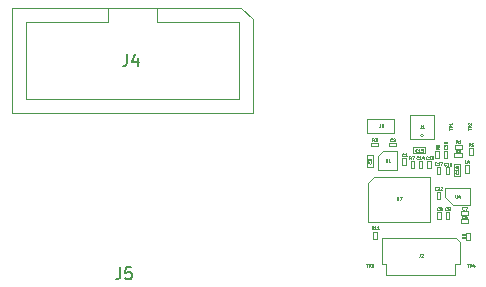
<source format=gbr>
%TF.GenerationSoftware,KiCad,Pcbnew,(7.0.0)*%
%TF.CreationDate,2023-09-15T12:27:41-04:00*%
%TF.ProjectId,headstage-neuropix2e,68656164-7374-4616-9765-2d6e6575726f,A*%
%TF.SameCoordinates,Original*%
%TF.FileFunction,AssemblyDrawing,Top*%
%FSLAX46Y46*%
G04 Gerber Fmt 4.6, Leading zero omitted, Abs format (unit mm)*
G04 Created by KiCad (PCBNEW (7.0.0)) date 2023-09-15 12:27:41*
%MOMM*%
%LPD*%
G01*
G04 APERTURE LIST*
%ADD10C,0.040000*%
%ADD11C,0.150000*%
%ADD12C,0.100000*%
G04 APERTURE END LIST*
D10*
%TO.C,TP4*%
X146354524Y-95011845D02*
X146497381Y-95011845D01*
X146425953Y-95261845D02*
X146425953Y-95011845D01*
X146580714Y-95261845D02*
X146580714Y-95011845D01*
X146580714Y-95011845D02*
X146675952Y-95011845D01*
X146675952Y-95011845D02*
X146699762Y-95023750D01*
X146699762Y-95023750D02*
X146711667Y-95035654D01*
X146711667Y-95035654D02*
X146723571Y-95059464D01*
X146723571Y-95059464D02*
X146723571Y-95095178D01*
X146723571Y-95095178D02*
X146711667Y-95118988D01*
X146711667Y-95118988D02*
X146699762Y-95130892D01*
X146699762Y-95130892D02*
X146675952Y-95142797D01*
X146675952Y-95142797D02*
X146580714Y-95142797D01*
X146937857Y-95095178D02*
X146937857Y-95261845D01*
X146878333Y-94999940D02*
X146818810Y-95178511D01*
X146818810Y-95178511D02*
X146973571Y-95178511D01*
%TO.C,J1*%
X142441667Y-83241845D02*
X142441667Y-83420416D01*
X142441667Y-83420416D02*
X142429762Y-83456130D01*
X142429762Y-83456130D02*
X142405953Y-83479940D01*
X142405953Y-83479940D02*
X142370238Y-83491845D01*
X142370238Y-83491845D02*
X142346429Y-83491845D01*
X142691667Y-83491845D02*
X142548810Y-83491845D01*
X142620238Y-83491845D02*
X142620238Y-83241845D01*
X142620238Y-83241845D02*
X142596429Y-83277559D01*
X142596429Y-83277559D02*
X142572619Y-83301369D01*
X142572619Y-83301369D02*
X142548810Y-83313273D01*
%TO.C,R7*%
X141578333Y-86121845D02*
X141495000Y-86002797D01*
X141435476Y-86121845D02*
X141435476Y-85871845D01*
X141435476Y-85871845D02*
X141530714Y-85871845D01*
X141530714Y-85871845D02*
X141554524Y-85883750D01*
X141554524Y-85883750D02*
X141566429Y-85895654D01*
X141566429Y-85895654D02*
X141578333Y-85919464D01*
X141578333Y-85919464D02*
X141578333Y-85955178D01*
X141578333Y-85955178D02*
X141566429Y-85978988D01*
X141566429Y-85978988D02*
X141554524Y-85990892D01*
X141554524Y-85990892D02*
X141530714Y-86002797D01*
X141530714Y-86002797D02*
X141435476Y-86002797D01*
X141661667Y-85871845D02*
X141828333Y-85871845D01*
X141828333Y-85871845D02*
X141721191Y-86121845D01*
D11*
%TO.C,J5*%
X116956666Y-95267380D02*
X116956666Y-95981666D01*
X116956666Y-95981666D02*
X116909047Y-96124523D01*
X116909047Y-96124523D02*
X116813809Y-96219761D01*
X116813809Y-96219761D02*
X116670952Y-96267380D01*
X116670952Y-96267380D02*
X116575714Y-96267380D01*
X117909047Y-95267380D02*
X117432857Y-95267380D01*
X117432857Y-95267380D02*
X117385238Y-95743571D01*
X117385238Y-95743571D02*
X117432857Y-95695952D01*
X117432857Y-95695952D02*
X117528095Y-95648333D01*
X117528095Y-95648333D02*
X117766190Y-95648333D01*
X117766190Y-95648333D02*
X117861428Y-95695952D01*
X117861428Y-95695952D02*
X117909047Y-95743571D01*
X117909047Y-95743571D02*
X117956666Y-95838809D01*
X117956666Y-95838809D02*
X117956666Y-96076904D01*
X117956666Y-96076904D02*
X117909047Y-96172142D01*
X117909047Y-96172142D02*
X117861428Y-96219761D01*
X117861428Y-96219761D02*
X117766190Y-96267380D01*
X117766190Y-96267380D02*
X117528095Y-96267380D01*
X117528095Y-96267380D02*
X117432857Y-96219761D01*
X117432857Y-96219761D02*
X117385238Y-96172142D01*
D10*
%TO.C,TP2*%
X146421845Y-83615475D02*
X146421845Y-83472618D01*
X146671845Y-83544046D02*
X146421845Y-83544046D01*
X146671845Y-83389285D02*
X146421845Y-83389285D01*
X146421845Y-83389285D02*
X146421845Y-83294047D01*
X146421845Y-83294047D02*
X146433750Y-83270237D01*
X146433750Y-83270237D02*
X146445654Y-83258332D01*
X146445654Y-83258332D02*
X146469464Y-83246428D01*
X146469464Y-83246428D02*
X146505178Y-83246428D01*
X146505178Y-83246428D02*
X146528988Y-83258332D01*
X146528988Y-83258332D02*
X146540892Y-83270237D01*
X146540892Y-83270237D02*
X146552797Y-83294047D01*
X146552797Y-83294047D02*
X146552797Y-83389285D01*
X146445654Y-83151189D02*
X146433750Y-83139285D01*
X146433750Y-83139285D02*
X146421845Y-83115475D01*
X146421845Y-83115475D02*
X146421845Y-83055951D01*
X146421845Y-83055951D02*
X146433750Y-83032142D01*
X146433750Y-83032142D02*
X146445654Y-83020237D01*
X146445654Y-83020237D02*
X146469464Y-83008332D01*
X146469464Y-83008332D02*
X146493273Y-83008332D01*
X146493273Y-83008332D02*
X146528988Y-83020237D01*
X146528988Y-83020237D02*
X146671845Y-83163094D01*
X146671845Y-83163094D02*
X146671845Y-83008332D01*
%TO.C,C13*%
X142999285Y-86088035D02*
X142987381Y-86099940D01*
X142987381Y-86099940D02*
X142951666Y-86111845D01*
X142951666Y-86111845D02*
X142927857Y-86111845D01*
X142927857Y-86111845D02*
X142892143Y-86099940D01*
X142892143Y-86099940D02*
X142868333Y-86076130D01*
X142868333Y-86076130D02*
X142856428Y-86052321D01*
X142856428Y-86052321D02*
X142844524Y-86004702D01*
X142844524Y-86004702D02*
X142844524Y-85968988D01*
X142844524Y-85968988D02*
X142856428Y-85921369D01*
X142856428Y-85921369D02*
X142868333Y-85897559D01*
X142868333Y-85897559D02*
X142892143Y-85873750D01*
X142892143Y-85873750D02*
X142927857Y-85861845D01*
X142927857Y-85861845D02*
X142951666Y-85861845D01*
X142951666Y-85861845D02*
X142987381Y-85873750D01*
X142987381Y-85873750D02*
X142999285Y-85885654D01*
X143237381Y-86111845D02*
X143094524Y-86111845D01*
X143165952Y-86111845D02*
X143165952Y-85861845D01*
X143165952Y-85861845D02*
X143142143Y-85897559D01*
X143142143Y-85897559D02*
X143118333Y-85921369D01*
X143118333Y-85921369D02*
X143094524Y-85933273D01*
X143320714Y-85861845D02*
X143475476Y-85861845D01*
X143475476Y-85861845D02*
X143392142Y-85957083D01*
X143392142Y-85957083D02*
X143427857Y-85957083D01*
X143427857Y-85957083D02*
X143451666Y-85968988D01*
X143451666Y-85968988D02*
X143463571Y-85980892D01*
X143463571Y-85980892D02*
X143475476Y-86004702D01*
X143475476Y-86004702D02*
X143475476Y-86064226D01*
X143475476Y-86064226D02*
X143463571Y-86088035D01*
X143463571Y-86088035D02*
X143451666Y-86099940D01*
X143451666Y-86099940D02*
X143427857Y-86111845D01*
X143427857Y-86111845D02*
X143356428Y-86111845D01*
X143356428Y-86111845D02*
X143332619Y-86099940D01*
X143332619Y-86099940D02*
X143320714Y-86088035D01*
%TO.C,J6*%
X138996667Y-83121845D02*
X138996667Y-83300416D01*
X138996667Y-83300416D02*
X138984762Y-83336130D01*
X138984762Y-83336130D02*
X138960953Y-83359940D01*
X138960953Y-83359940D02*
X138925238Y-83371845D01*
X138925238Y-83371845D02*
X138901429Y-83371845D01*
X139222857Y-83121845D02*
X139175238Y-83121845D01*
X139175238Y-83121845D02*
X139151429Y-83133750D01*
X139151429Y-83133750D02*
X139139524Y-83145654D01*
X139139524Y-83145654D02*
X139115714Y-83181369D01*
X139115714Y-83181369D02*
X139103810Y-83228988D01*
X139103810Y-83228988D02*
X139103810Y-83324226D01*
X139103810Y-83324226D02*
X139115714Y-83348035D01*
X139115714Y-83348035D02*
X139127619Y-83359940D01*
X139127619Y-83359940D02*
X139151429Y-83371845D01*
X139151429Y-83371845D02*
X139199048Y-83371845D01*
X139199048Y-83371845D02*
X139222857Y-83359940D01*
X139222857Y-83359940D02*
X139234762Y-83348035D01*
X139234762Y-83348035D02*
X139246667Y-83324226D01*
X139246667Y-83324226D02*
X139246667Y-83264702D01*
X139246667Y-83264702D02*
X139234762Y-83240892D01*
X139234762Y-83240892D02*
X139222857Y-83228988D01*
X139222857Y-83228988D02*
X139199048Y-83217083D01*
X139199048Y-83217083D02*
X139151429Y-83217083D01*
X139151429Y-83217083D02*
X139127619Y-83228988D01*
X139127619Y-83228988D02*
X139115714Y-83240892D01*
X139115714Y-83240892D02*
X139103810Y-83264702D01*
%TO.C,U7*%
X140384523Y-89329345D02*
X140384523Y-89531726D01*
X140384523Y-89531726D02*
X140396428Y-89555535D01*
X140396428Y-89555535D02*
X140408333Y-89567440D01*
X140408333Y-89567440D02*
X140432142Y-89579345D01*
X140432142Y-89579345D02*
X140479761Y-89579345D01*
X140479761Y-89579345D02*
X140503571Y-89567440D01*
X140503571Y-89567440D02*
X140515476Y-89555535D01*
X140515476Y-89555535D02*
X140527380Y-89531726D01*
X140527380Y-89531726D02*
X140527380Y-89329345D01*
X140622619Y-89329345D02*
X140789285Y-89329345D01*
X140789285Y-89329345D02*
X140682143Y-89579345D01*
%TO.C,C15*%
X142114285Y-85453035D02*
X142102381Y-85464940D01*
X142102381Y-85464940D02*
X142066666Y-85476845D01*
X142066666Y-85476845D02*
X142042857Y-85476845D01*
X142042857Y-85476845D02*
X142007143Y-85464940D01*
X142007143Y-85464940D02*
X141983333Y-85441130D01*
X141983333Y-85441130D02*
X141971428Y-85417321D01*
X141971428Y-85417321D02*
X141959524Y-85369702D01*
X141959524Y-85369702D02*
X141959524Y-85333988D01*
X141959524Y-85333988D02*
X141971428Y-85286369D01*
X141971428Y-85286369D02*
X141983333Y-85262559D01*
X141983333Y-85262559D02*
X142007143Y-85238750D01*
X142007143Y-85238750D02*
X142042857Y-85226845D01*
X142042857Y-85226845D02*
X142066666Y-85226845D01*
X142066666Y-85226845D02*
X142102381Y-85238750D01*
X142102381Y-85238750D02*
X142114285Y-85250654D01*
X142352381Y-85476845D02*
X142209524Y-85476845D01*
X142280952Y-85476845D02*
X142280952Y-85226845D01*
X142280952Y-85226845D02*
X142257143Y-85262559D01*
X142257143Y-85262559D02*
X142233333Y-85286369D01*
X142233333Y-85286369D02*
X142209524Y-85298273D01*
X142578571Y-85226845D02*
X142459523Y-85226845D01*
X142459523Y-85226845D02*
X142447619Y-85345892D01*
X142447619Y-85345892D02*
X142459523Y-85333988D01*
X142459523Y-85333988D02*
X142483333Y-85322083D01*
X142483333Y-85322083D02*
X142542857Y-85322083D01*
X142542857Y-85322083D02*
X142566666Y-85333988D01*
X142566666Y-85333988D02*
X142578571Y-85345892D01*
X142578571Y-85345892D02*
X142590476Y-85369702D01*
X142590476Y-85369702D02*
X142590476Y-85429226D01*
X142590476Y-85429226D02*
X142578571Y-85453035D01*
X142578571Y-85453035D02*
X142566666Y-85464940D01*
X142566666Y-85464940D02*
X142542857Y-85476845D01*
X142542857Y-85476845D02*
X142483333Y-85476845D01*
X142483333Y-85476845D02*
X142459523Y-85464940D01*
X142459523Y-85464940D02*
X142447619Y-85453035D01*
%TO.C,TP1*%
X144801845Y-83615475D02*
X144801845Y-83472618D01*
X145051845Y-83544046D02*
X144801845Y-83544046D01*
X145051845Y-83389285D02*
X144801845Y-83389285D01*
X144801845Y-83389285D02*
X144801845Y-83294047D01*
X144801845Y-83294047D02*
X144813750Y-83270237D01*
X144813750Y-83270237D02*
X144825654Y-83258332D01*
X144825654Y-83258332D02*
X144849464Y-83246428D01*
X144849464Y-83246428D02*
X144885178Y-83246428D01*
X144885178Y-83246428D02*
X144908988Y-83258332D01*
X144908988Y-83258332D02*
X144920892Y-83270237D01*
X144920892Y-83270237D02*
X144932797Y-83294047D01*
X144932797Y-83294047D02*
X144932797Y-83389285D01*
X145051845Y-83008332D02*
X145051845Y-83151189D01*
X145051845Y-83079761D02*
X144801845Y-83079761D01*
X144801845Y-83079761D02*
X144837559Y-83103570D01*
X144837559Y-83103570D02*
X144861369Y-83127380D01*
X144861369Y-83127380D02*
X144873273Y-83151189D01*
%TO.C,U4*%
X145333523Y-89113845D02*
X145333523Y-89316226D01*
X145333523Y-89316226D02*
X145345428Y-89340035D01*
X145345428Y-89340035D02*
X145357333Y-89351940D01*
X145357333Y-89351940D02*
X145381142Y-89363845D01*
X145381142Y-89363845D02*
X145428761Y-89363845D01*
X145428761Y-89363845D02*
X145452571Y-89351940D01*
X145452571Y-89351940D02*
X145464476Y-89340035D01*
X145464476Y-89340035D02*
X145476380Y-89316226D01*
X145476380Y-89316226D02*
X145476380Y-89113845D01*
X145702571Y-89197178D02*
X145702571Y-89363845D01*
X145643047Y-89101940D02*
X145583524Y-89280511D01*
X145583524Y-89280511D02*
X145738285Y-89280511D01*
%TO.C,R3*%
X138453333Y-84591845D02*
X138370000Y-84472797D01*
X138310476Y-84591845D02*
X138310476Y-84341845D01*
X138310476Y-84341845D02*
X138405714Y-84341845D01*
X138405714Y-84341845D02*
X138429524Y-84353750D01*
X138429524Y-84353750D02*
X138441429Y-84365654D01*
X138441429Y-84365654D02*
X138453333Y-84389464D01*
X138453333Y-84389464D02*
X138453333Y-84425178D01*
X138453333Y-84425178D02*
X138441429Y-84448988D01*
X138441429Y-84448988D02*
X138429524Y-84460892D01*
X138429524Y-84460892D02*
X138405714Y-84472797D01*
X138405714Y-84472797D02*
X138310476Y-84472797D01*
X138536667Y-84341845D02*
X138691429Y-84341845D01*
X138691429Y-84341845D02*
X138608095Y-84437083D01*
X138608095Y-84437083D02*
X138643810Y-84437083D01*
X138643810Y-84437083D02*
X138667619Y-84448988D01*
X138667619Y-84448988D02*
X138679524Y-84460892D01*
X138679524Y-84460892D02*
X138691429Y-84484702D01*
X138691429Y-84484702D02*
X138691429Y-84544226D01*
X138691429Y-84544226D02*
X138679524Y-84568035D01*
X138679524Y-84568035D02*
X138667619Y-84579940D01*
X138667619Y-84579940D02*
X138643810Y-84591845D01*
X138643810Y-84591845D02*
X138572381Y-84591845D01*
X138572381Y-84591845D02*
X138548572Y-84579940D01*
X138548572Y-84579940D02*
X138536667Y-84568035D01*
%TO.C,C17*%
X143749285Y-86588035D02*
X143737381Y-86599940D01*
X143737381Y-86599940D02*
X143701666Y-86611845D01*
X143701666Y-86611845D02*
X143677857Y-86611845D01*
X143677857Y-86611845D02*
X143642143Y-86599940D01*
X143642143Y-86599940D02*
X143618333Y-86576130D01*
X143618333Y-86576130D02*
X143606428Y-86552321D01*
X143606428Y-86552321D02*
X143594524Y-86504702D01*
X143594524Y-86504702D02*
X143594524Y-86468988D01*
X143594524Y-86468988D02*
X143606428Y-86421369D01*
X143606428Y-86421369D02*
X143618333Y-86397559D01*
X143618333Y-86397559D02*
X143642143Y-86373750D01*
X143642143Y-86373750D02*
X143677857Y-86361845D01*
X143677857Y-86361845D02*
X143701666Y-86361845D01*
X143701666Y-86361845D02*
X143737381Y-86373750D01*
X143737381Y-86373750D02*
X143749285Y-86385654D01*
X143987381Y-86611845D02*
X143844524Y-86611845D01*
X143915952Y-86611845D02*
X143915952Y-86361845D01*
X143915952Y-86361845D02*
X143892143Y-86397559D01*
X143892143Y-86397559D02*
X143868333Y-86421369D01*
X143868333Y-86421369D02*
X143844524Y-86433273D01*
X144070714Y-86361845D02*
X144237380Y-86361845D01*
X144237380Y-86361845D02*
X144130238Y-86611845D01*
%TO.C,C14*%
X142199285Y-86098035D02*
X142187381Y-86109940D01*
X142187381Y-86109940D02*
X142151666Y-86121845D01*
X142151666Y-86121845D02*
X142127857Y-86121845D01*
X142127857Y-86121845D02*
X142092143Y-86109940D01*
X142092143Y-86109940D02*
X142068333Y-86086130D01*
X142068333Y-86086130D02*
X142056428Y-86062321D01*
X142056428Y-86062321D02*
X142044524Y-86014702D01*
X142044524Y-86014702D02*
X142044524Y-85978988D01*
X142044524Y-85978988D02*
X142056428Y-85931369D01*
X142056428Y-85931369D02*
X142068333Y-85907559D01*
X142068333Y-85907559D02*
X142092143Y-85883750D01*
X142092143Y-85883750D02*
X142127857Y-85871845D01*
X142127857Y-85871845D02*
X142151666Y-85871845D01*
X142151666Y-85871845D02*
X142187381Y-85883750D01*
X142187381Y-85883750D02*
X142199285Y-85895654D01*
X142437381Y-86121845D02*
X142294524Y-86121845D01*
X142365952Y-86121845D02*
X142365952Y-85871845D01*
X142365952Y-85871845D02*
X142342143Y-85907559D01*
X142342143Y-85907559D02*
X142318333Y-85931369D01*
X142318333Y-85931369D02*
X142294524Y-85943273D01*
X142651666Y-85955178D02*
X142651666Y-86121845D01*
X142592142Y-85859940D02*
X142532619Y-86038511D01*
X142532619Y-86038511D02*
X142687380Y-86038511D01*
%TO.C,C22*%
X143759285Y-88678035D02*
X143747381Y-88689940D01*
X143747381Y-88689940D02*
X143711666Y-88701845D01*
X143711666Y-88701845D02*
X143687857Y-88701845D01*
X143687857Y-88701845D02*
X143652143Y-88689940D01*
X143652143Y-88689940D02*
X143628333Y-88666130D01*
X143628333Y-88666130D02*
X143616428Y-88642321D01*
X143616428Y-88642321D02*
X143604524Y-88594702D01*
X143604524Y-88594702D02*
X143604524Y-88558988D01*
X143604524Y-88558988D02*
X143616428Y-88511369D01*
X143616428Y-88511369D02*
X143628333Y-88487559D01*
X143628333Y-88487559D02*
X143652143Y-88463750D01*
X143652143Y-88463750D02*
X143687857Y-88451845D01*
X143687857Y-88451845D02*
X143711666Y-88451845D01*
X143711666Y-88451845D02*
X143747381Y-88463750D01*
X143747381Y-88463750D02*
X143759285Y-88475654D01*
X143854524Y-88475654D02*
X143866428Y-88463750D01*
X143866428Y-88463750D02*
X143890238Y-88451845D01*
X143890238Y-88451845D02*
X143949762Y-88451845D01*
X143949762Y-88451845D02*
X143973571Y-88463750D01*
X143973571Y-88463750D02*
X143985476Y-88475654D01*
X143985476Y-88475654D02*
X143997381Y-88499464D01*
X143997381Y-88499464D02*
X143997381Y-88523273D01*
X143997381Y-88523273D02*
X143985476Y-88558988D01*
X143985476Y-88558988D02*
X143842619Y-88701845D01*
X143842619Y-88701845D02*
X143997381Y-88701845D01*
X144092619Y-88475654D02*
X144104523Y-88463750D01*
X144104523Y-88463750D02*
X144128333Y-88451845D01*
X144128333Y-88451845D02*
X144187857Y-88451845D01*
X144187857Y-88451845D02*
X144211666Y-88463750D01*
X144211666Y-88463750D02*
X144223571Y-88475654D01*
X144223571Y-88475654D02*
X144235476Y-88499464D01*
X144235476Y-88499464D02*
X144235476Y-88523273D01*
X144235476Y-88523273D02*
X144223571Y-88558988D01*
X144223571Y-88558988D02*
X144080714Y-88701845D01*
X144080714Y-88701845D02*
X144235476Y-88701845D01*
%TO.C,C9*%
X144638333Y-90398035D02*
X144626429Y-90409940D01*
X144626429Y-90409940D02*
X144590714Y-90421845D01*
X144590714Y-90421845D02*
X144566905Y-90421845D01*
X144566905Y-90421845D02*
X144531191Y-90409940D01*
X144531191Y-90409940D02*
X144507381Y-90386130D01*
X144507381Y-90386130D02*
X144495476Y-90362321D01*
X144495476Y-90362321D02*
X144483572Y-90314702D01*
X144483572Y-90314702D02*
X144483572Y-90278988D01*
X144483572Y-90278988D02*
X144495476Y-90231369D01*
X144495476Y-90231369D02*
X144507381Y-90207559D01*
X144507381Y-90207559D02*
X144531191Y-90183750D01*
X144531191Y-90183750D02*
X144566905Y-90171845D01*
X144566905Y-90171845D02*
X144590714Y-90171845D01*
X144590714Y-90171845D02*
X144626429Y-90183750D01*
X144626429Y-90183750D02*
X144638333Y-90195654D01*
X144757381Y-90421845D02*
X144805000Y-90421845D01*
X144805000Y-90421845D02*
X144828810Y-90409940D01*
X144828810Y-90409940D02*
X144840714Y-90398035D01*
X144840714Y-90398035D02*
X144864524Y-90362321D01*
X144864524Y-90362321D02*
X144876429Y-90314702D01*
X144876429Y-90314702D02*
X144876429Y-90219464D01*
X144876429Y-90219464D02*
X144864524Y-90195654D01*
X144864524Y-90195654D02*
X144852619Y-90183750D01*
X144852619Y-90183750D02*
X144828810Y-90171845D01*
X144828810Y-90171845D02*
X144781191Y-90171845D01*
X144781191Y-90171845D02*
X144757381Y-90183750D01*
X144757381Y-90183750D02*
X144745476Y-90195654D01*
X144745476Y-90195654D02*
X144733572Y-90219464D01*
X144733572Y-90219464D02*
X144733572Y-90278988D01*
X144733572Y-90278988D02*
X144745476Y-90302797D01*
X144745476Y-90302797D02*
X144757381Y-90314702D01*
X144757381Y-90314702D02*
X144781191Y-90326607D01*
X144781191Y-90326607D02*
X144828810Y-90326607D01*
X144828810Y-90326607D02*
X144852619Y-90314702D01*
X144852619Y-90314702D02*
X144864524Y-90302797D01*
X144864524Y-90302797D02*
X144876429Y-90278988D01*
%TO.C,C7*%
X146066333Y-90364035D02*
X146054429Y-90375940D01*
X146054429Y-90375940D02*
X146018714Y-90387845D01*
X146018714Y-90387845D02*
X145994905Y-90387845D01*
X145994905Y-90387845D02*
X145959191Y-90375940D01*
X145959191Y-90375940D02*
X145935381Y-90352130D01*
X145935381Y-90352130D02*
X145923476Y-90328321D01*
X145923476Y-90328321D02*
X145911572Y-90280702D01*
X145911572Y-90280702D02*
X145911572Y-90244988D01*
X145911572Y-90244988D02*
X145923476Y-90197369D01*
X145923476Y-90197369D02*
X145935381Y-90173559D01*
X145935381Y-90173559D02*
X145959191Y-90149750D01*
X145959191Y-90149750D02*
X145994905Y-90137845D01*
X145994905Y-90137845D02*
X146018714Y-90137845D01*
X146018714Y-90137845D02*
X146054429Y-90149750D01*
X146054429Y-90149750D02*
X146066333Y-90161654D01*
X146149667Y-90137845D02*
X146316333Y-90137845D01*
X146316333Y-90137845D02*
X146209191Y-90387845D01*
%TO.C,C2*%
X139988333Y-84568035D02*
X139976429Y-84579940D01*
X139976429Y-84579940D02*
X139940714Y-84591845D01*
X139940714Y-84591845D02*
X139916905Y-84591845D01*
X139916905Y-84591845D02*
X139881191Y-84579940D01*
X139881191Y-84579940D02*
X139857381Y-84556130D01*
X139857381Y-84556130D02*
X139845476Y-84532321D01*
X139845476Y-84532321D02*
X139833572Y-84484702D01*
X139833572Y-84484702D02*
X139833572Y-84448988D01*
X139833572Y-84448988D02*
X139845476Y-84401369D01*
X139845476Y-84401369D02*
X139857381Y-84377559D01*
X139857381Y-84377559D02*
X139881191Y-84353750D01*
X139881191Y-84353750D02*
X139916905Y-84341845D01*
X139916905Y-84341845D02*
X139940714Y-84341845D01*
X139940714Y-84341845D02*
X139976429Y-84353750D01*
X139976429Y-84353750D02*
X139988333Y-84365654D01*
X140083572Y-84365654D02*
X140095476Y-84353750D01*
X140095476Y-84353750D02*
X140119286Y-84341845D01*
X140119286Y-84341845D02*
X140178810Y-84341845D01*
X140178810Y-84341845D02*
X140202619Y-84353750D01*
X140202619Y-84353750D02*
X140214524Y-84365654D01*
X140214524Y-84365654D02*
X140226429Y-84389464D01*
X140226429Y-84389464D02*
X140226429Y-84413273D01*
X140226429Y-84413273D02*
X140214524Y-84448988D01*
X140214524Y-84448988D02*
X140071667Y-84591845D01*
X140071667Y-84591845D02*
X140226429Y-84591845D01*
%TO.C,U1*%
X139434523Y-86066845D02*
X139434523Y-86269226D01*
X139434523Y-86269226D02*
X139446428Y-86293035D01*
X139446428Y-86293035D02*
X139458333Y-86304940D01*
X139458333Y-86304940D02*
X139482142Y-86316845D01*
X139482142Y-86316845D02*
X139529761Y-86316845D01*
X139529761Y-86316845D02*
X139553571Y-86304940D01*
X139553571Y-86304940D02*
X139565476Y-86293035D01*
X139565476Y-86293035D02*
X139577380Y-86269226D01*
X139577380Y-86269226D02*
X139577380Y-86066845D01*
X139827381Y-86316845D02*
X139684524Y-86316845D01*
X139755952Y-86316845D02*
X139755952Y-86066845D01*
X139755952Y-86066845D02*
X139732143Y-86102559D01*
X139732143Y-86102559D02*
X139708333Y-86126369D01*
X139708333Y-86126369D02*
X139684524Y-86138273D01*
%TO.C,L4*%
X146288333Y-86449845D02*
X146169285Y-86449845D01*
X146169285Y-86449845D02*
X146169285Y-86199845D01*
X146478809Y-86283178D02*
X146478809Y-86449845D01*
X146419285Y-86187940D02*
X146359762Y-86366511D01*
X146359762Y-86366511D02*
X146514523Y-86366511D01*
%TO.C,J2*%
X142341667Y-94111845D02*
X142341667Y-94290416D01*
X142341667Y-94290416D02*
X142329762Y-94326130D01*
X142329762Y-94326130D02*
X142305953Y-94349940D01*
X142305953Y-94349940D02*
X142270238Y-94361845D01*
X142270238Y-94361845D02*
X142246429Y-94361845D01*
X142448810Y-94135654D02*
X142460714Y-94123750D01*
X142460714Y-94123750D02*
X142484524Y-94111845D01*
X142484524Y-94111845D02*
X142544048Y-94111845D01*
X142544048Y-94111845D02*
X142567857Y-94123750D01*
X142567857Y-94123750D02*
X142579762Y-94135654D01*
X142579762Y-94135654D02*
X142591667Y-94159464D01*
X142591667Y-94159464D02*
X142591667Y-94183273D01*
X142591667Y-94183273D02*
X142579762Y-94218988D01*
X142579762Y-94218988D02*
X142436905Y-94361845D01*
X142436905Y-94361845D02*
X142591667Y-94361845D01*
%TO.C,C19*%
X144594035Y-85100714D02*
X144605940Y-85112618D01*
X144605940Y-85112618D02*
X144617845Y-85148333D01*
X144617845Y-85148333D02*
X144617845Y-85172142D01*
X144617845Y-85172142D02*
X144605940Y-85207856D01*
X144605940Y-85207856D02*
X144582130Y-85231666D01*
X144582130Y-85231666D02*
X144558321Y-85243571D01*
X144558321Y-85243571D02*
X144510702Y-85255475D01*
X144510702Y-85255475D02*
X144474988Y-85255475D01*
X144474988Y-85255475D02*
X144427369Y-85243571D01*
X144427369Y-85243571D02*
X144403559Y-85231666D01*
X144403559Y-85231666D02*
X144379750Y-85207856D01*
X144379750Y-85207856D02*
X144367845Y-85172142D01*
X144367845Y-85172142D02*
X144367845Y-85148333D01*
X144367845Y-85148333D02*
X144379750Y-85112618D01*
X144379750Y-85112618D02*
X144391654Y-85100714D01*
X144617845Y-84862618D02*
X144617845Y-85005475D01*
X144617845Y-84934047D02*
X144367845Y-84934047D01*
X144367845Y-84934047D02*
X144403559Y-84957856D01*
X144403559Y-84957856D02*
X144427369Y-84981666D01*
X144427369Y-84981666D02*
X144439273Y-85005475D01*
X144617845Y-84743571D02*
X144617845Y-84695952D01*
X144617845Y-84695952D02*
X144605940Y-84672142D01*
X144605940Y-84672142D02*
X144594035Y-84660238D01*
X144594035Y-84660238D02*
X144558321Y-84636428D01*
X144558321Y-84636428D02*
X144510702Y-84624523D01*
X144510702Y-84624523D02*
X144415464Y-84624523D01*
X144415464Y-84624523D02*
X144391654Y-84636428D01*
X144391654Y-84636428D02*
X144379750Y-84648333D01*
X144379750Y-84648333D02*
X144367845Y-84672142D01*
X144367845Y-84672142D02*
X144367845Y-84719761D01*
X144367845Y-84719761D02*
X144379750Y-84743571D01*
X144379750Y-84743571D02*
X144391654Y-84755476D01*
X144391654Y-84755476D02*
X144415464Y-84767380D01*
X144415464Y-84767380D02*
X144474988Y-84767380D01*
X144474988Y-84767380D02*
X144498797Y-84755476D01*
X144498797Y-84755476D02*
X144510702Y-84743571D01*
X144510702Y-84743571D02*
X144522607Y-84719761D01*
X144522607Y-84719761D02*
X144522607Y-84672142D01*
X144522607Y-84672142D02*
X144510702Y-84648333D01*
X144510702Y-84648333D02*
X144498797Y-84636428D01*
X144498797Y-84636428D02*
X144474988Y-84624523D01*
%TO.C,C6*%
X146058333Y-91088035D02*
X146046429Y-91099940D01*
X146046429Y-91099940D02*
X146010714Y-91111845D01*
X146010714Y-91111845D02*
X145986905Y-91111845D01*
X145986905Y-91111845D02*
X145951191Y-91099940D01*
X145951191Y-91099940D02*
X145927381Y-91076130D01*
X145927381Y-91076130D02*
X145915476Y-91052321D01*
X145915476Y-91052321D02*
X145903572Y-91004702D01*
X145903572Y-91004702D02*
X145903572Y-90968988D01*
X145903572Y-90968988D02*
X145915476Y-90921369D01*
X145915476Y-90921369D02*
X145927381Y-90897559D01*
X145927381Y-90897559D02*
X145951191Y-90873750D01*
X145951191Y-90873750D02*
X145986905Y-90861845D01*
X145986905Y-90861845D02*
X146010714Y-90861845D01*
X146010714Y-90861845D02*
X146046429Y-90873750D01*
X146046429Y-90873750D02*
X146058333Y-90885654D01*
X146272619Y-90861845D02*
X146225000Y-90861845D01*
X146225000Y-90861845D02*
X146201191Y-90873750D01*
X146201191Y-90873750D02*
X146189286Y-90885654D01*
X146189286Y-90885654D02*
X146165476Y-90921369D01*
X146165476Y-90921369D02*
X146153572Y-90968988D01*
X146153572Y-90968988D02*
X146153572Y-91064226D01*
X146153572Y-91064226D02*
X146165476Y-91088035D01*
X146165476Y-91088035D02*
X146177381Y-91099940D01*
X146177381Y-91099940D02*
X146201191Y-91111845D01*
X146201191Y-91111845D02*
X146248810Y-91111845D01*
X146248810Y-91111845D02*
X146272619Y-91099940D01*
X146272619Y-91099940D02*
X146284524Y-91088035D01*
X146284524Y-91088035D02*
X146296429Y-91064226D01*
X146296429Y-91064226D02*
X146296429Y-91004702D01*
X146296429Y-91004702D02*
X146284524Y-90980892D01*
X146284524Y-90980892D02*
X146272619Y-90968988D01*
X146272619Y-90968988D02*
X146248810Y-90957083D01*
X146248810Y-90957083D02*
X146201191Y-90957083D01*
X146201191Y-90957083D02*
X146177381Y-90968988D01*
X146177381Y-90968988D02*
X146165476Y-90980892D01*
X146165476Y-90980892D02*
X146153572Y-91004702D01*
%TO.C,R11*%
X138399285Y-92031845D02*
X138315952Y-91912797D01*
X138256428Y-92031845D02*
X138256428Y-91781845D01*
X138256428Y-91781845D02*
X138351666Y-91781845D01*
X138351666Y-91781845D02*
X138375476Y-91793750D01*
X138375476Y-91793750D02*
X138387381Y-91805654D01*
X138387381Y-91805654D02*
X138399285Y-91829464D01*
X138399285Y-91829464D02*
X138399285Y-91865178D01*
X138399285Y-91865178D02*
X138387381Y-91888988D01*
X138387381Y-91888988D02*
X138375476Y-91900892D01*
X138375476Y-91900892D02*
X138351666Y-91912797D01*
X138351666Y-91912797D02*
X138256428Y-91912797D01*
X138637381Y-92031845D02*
X138494524Y-92031845D01*
X138565952Y-92031845D02*
X138565952Y-91781845D01*
X138565952Y-91781845D02*
X138542143Y-91817559D01*
X138542143Y-91817559D02*
X138518333Y-91841369D01*
X138518333Y-91841369D02*
X138494524Y-91853273D01*
X138875476Y-92031845D02*
X138732619Y-92031845D01*
X138804047Y-92031845D02*
X138804047Y-91781845D01*
X138804047Y-91781845D02*
X138780238Y-91817559D01*
X138780238Y-91817559D02*
X138756428Y-91841369D01*
X138756428Y-91841369D02*
X138732619Y-91853273D01*
%TO.C,C16*%
X144519285Y-86618035D02*
X144507381Y-86629940D01*
X144507381Y-86629940D02*
X144471666Y-86641845D01*
X144471666Y-86641845D02*
X144447857Y-86641845D01*
X144447857Y-86641845D02*
X144412143Y-86629940D01*
X144412143Y-86629940D02*
X144388333Y-86606130D01*
X144388333Y-86606130D02*
X144376428Y-86582321D01*
X144376428Y-86582321D02*
X144364524Y-86534702D01*
X144364524Y-86534702D02*
X144364524Y-86498988D01*
X144364524Y-86498988D02*
X144376428Y-86451369D01*
X144376428Y-86451369D02*
X144388333Y-86427559D01*
X144388333Y-86427559D02*
X144412143Y-86403750D01*
X144412143Y-86403750D02*
X144447857Y-86391845D01*
X144447857Y-86391845D02*
X144471666Y-86391845D01*
X144471666Y-86391845D02*
X144507381Y-86403750D01*
X144507381Y-86403750D02*
X144519285Y-86415654D01*
X144757381Y-86641845D02*
X144614524Y-86641845D01*
X144685952Y-86641845D02*
X144685952Y-86391845D01*
X144685952Y-86391845D02*
X144662143Y-86427559D01*
X144662143Y-86427559D02*
X144638333Y-86451369D01*
X144638333Y-86451369D02*
X144614524Y-86463273D01*
X144971666Y-86391845D02*
X144924047Y-86391845D01*
X144924047Y-86391845D02*
X144900238Y-86403750D01*
X144900238Y-86403750D02*
X144888333Y-86415654D01*
X144888333Y-86415654D02*
X144864523Y-86451369D01*
X144864523Y-86451369D02*
X144852619Y-86498988D01*
X144852619Y-86498988D02*
X144852619Y-86594226D01*
X144852619Y-86594226D02*
X144864523Y-86618035D01*
X144864523Y-86618035D02*
X144876428Y-86629940D01*
X144876428Y-86629940D02*
X144900238Y-86641845D01*
X144900238Y-86641845D02*
X144947857Y-86641845D01*
X144947857Y-86641845D02*
X144971666Y-86629940D01*
X144971666Y-86629940D02*
X144983571Y-86618035D01*
X144983571Y-86618035D02*
X144995476Y-86594226D01*
X144995476Y-86594226D02*
X144995476Y-86534702D01*
X144995476Y-86534702D02*
X144983571Y-86510892D01*
X144983571Y-86510892D02*
X144971666Y-86498988D01*
X144971666Y-86498988D02*
X144947857Y-86487083D01*
X144947857Y-86487083D02*
X144900238Y-86487083D01*
X144900238Y-86487083D02*
X144876428Y-86498988D01*
X144876428Y-86498988D02*
X144864523Y-86510892D01*
X144864523Y-86510892D02*
X144852619Y-86534702D01*
%TO.C,C3*%
X138213035Y-86316666D02*
X138224940Y-86328570D01*
X138224940Y-86328570D02*
X138236845Y-86364285D01*
X138236845Y-86364285D02*
X138236845Y-86388094D01*
X138236845Y-86388094D02*
X138224940Y-86423808D01*
X138224940Y-86423808D02*
X138201130Y-86447618D01*
X138201130Y-86447618D02*
X138177321Y-86459523D01*
X138177321Y-86459523D02*
X138129702Y-86471427D01*
X138129702Y-86471427D02*
X138093988Y-86471427D01*
X138093988Y-86471427D02*
X138046369Y-86459523D01*
X138046369Y-86459523D02*
X138022559Y-86447618D01*
X138022559Y-86447618D02*
X137998750Y-86423808D01*
X137998750Y-86423808D02*
X137986845Y-86388094D01*
X137986845Y-86388094D02*
X137986845Y-86364285D01*
X137986845Y-86364285D02*
X137998750Y-86328570D01*
X137998750Y-86328570D02*
X138010654Y-86316666D01*
X137986845Y-86233332D02*
X137986845Y-86078570D01*
X137986845Y-86078570D02*
X138082083Y-86161904D01*
X138082083Y-86161904D02*
X138082083Y-86126189D01*
X138082083Y-86126189D02*
X138093988Y-86102380D01*
X138093988Y-86102380D02*
X138105892Y-86090475D01*
X138105892Y-86090475D02*
X138129702Y-86078570D01*
X138129702Y-86078570D02*
X138189226Y-86078570D01*
X138189226Y-86078570D02*
X138213035Y-86090475D01*
X138213035Y-86090475D02*
X138224940Y-86102380D01*
X138224940Y-86102380D02*
X138236845Y-86126189D01*
X138236845Y-86126189D02*
X138236845Y-86197618D01*
X138236845Y-86197618D02*
X138224940Y-86221427D01*
X138224940Y-86221427D02*
X138213035Y-86233332D01*
%TO.C,C1*%
X140978333Y-85838035D02*
X140966429Y-85849940D01*
X140966429Y-85849940D02*
X140930714Y-85861845D01*
X140930714Y-85861845D02*
X140906905Y-85861845D01*
X140906905Y-85861845D02*
X140871191Y-85849940D01*
X140871191Y-85849940D02*
X140847381Y-85826130D01*
X140847381Y-85826130D02*
X140835476Y-85802321D01*
X140835476Y-85802321D02*
X140823572Y-85754702D01*
X140823572Y-85754702D02*
X140823572Y-85718988D01*
X140823572Y-85718988D02*
X140835476Y-85671369D01*
X140835476Y-85671369D02*
X140847381Y-85647559D01*
X140847381Y-85647559D02*
X140871191Y-85623750D01*
X140871191Y-85623750D02*
X140906905Y-85611845D01*
X140906905Y-85611845D02*
X140930714Y-85611845D01*
X140930714Y-85611845D02*
X140966429Y-85623750D01*
X140966429Y-85623750D02*
X140978333Y-85635654D01*
X141216429Y-85861845D02*
X141073572Y-85861845D01*
X141145000Y-85861845D02*
X141145000Y-85611845D01*
X141145000Y-85611845D02*
X141121191Y-85647559D01*
X141121191Y-85647559D02*
X141097381Y-85671369D01*
X141097381Y-85671369D02*
X141073572Y-85683273D01*
%TO.C,TP3*%
X137774524Y-95011845D02*
X137917381Y-95011845D01*
X137845953Y-95261845D02*
X137845953Y-95011845D01*
X138000714Y-95261845D02*
X138000714Y-95011845D01*
X138000714Y-95011845D02*
X138095952Y-95011845D01*
X138095952Y-95011845D02*
X138119762Y-95023750D01*
X138119762Y-95023750D02*
X138131667Y-95035654D01*
X138131667Y-95035654D02*
X138143571Y-95059464D01*
X138143571Y-95059464D02*
X138143571Y-95095178D01*
X138143571Y-95095178D02*
X138131667Y-95118988D01*
X138131667Y-95118988D02*
X138119762Y-95130892D01*
X138119762Y-95130892D02*
X138095952Y-95142797D01*
X138095952Y-95142797D02*
X138000714Y-95142797D01*
X138226905Y-95011845D02*
X138381667Y-95011845D01*
X138381667Y-95011845D02*
X138298333Y-95107083D01*
X138298333Y-95107083D02*
X138334048Y-95107083D01*
X138334048Y-95107083D02*
X138357857Y-95118988D01*
X138357857Y-95118988D02*
X138369762Y-95130892D01*
X138369762Y-95130892D02*
X138381667Y-95154702D01*
X138381667Y-95154702D02*
X138381667Y-95214226D01*
X138381667Y-95214226D02*
X138369762Y-95238035D01*
X138369762Y-95238035D02*
X138357857Y-95249940D01*
X138357857Y-95249940D02*
X138334048Y-95261845D01*
X138334048Y-95261845D02*
X138262619Y-95261845D01*
X138262619Y-95261845D02*
X138238810Y-95249940D01*
X138238810Y-95249940D02*
X138226905Y-95238035D01*
%TO.C,C8*%
X143938333Y-90398035D02*
X143926429Y-90409940D01*
X143926429Y-90409940D02*
X143890714Y-90421845D01*
X143890714Y-90421845D02*
X143866905Y-90421845D01*
X143866905Y-90421845D02*
X143831191Y-90409940D01*
X143831191Y-90409940D02*
X143807381Y-90386130D01*
X143807381Y-90386130D02*
X143795476Y-90362321D01*
X143795476Y-90362321D02*
X143783572Y-90314702D01*
X143783572Y-90314702D02*
X143783572Y-90278988D01*
X143783572Y-90278988D02*
X143795476Y-90231369D01*
X143795476Y-90231369D02*
X143807381Y-90207559D01*
X143807381Y-90207559D02*
X143831191Y-90183750D01*
X143831191Y-90183750D02*
X143866905Y-90171845D01*
X143866905Y-90171845D02*
X143890714Y-90171845D01*
X143890714Y-90171845D02*
X143926429Y-90183750D01*
X143926429Y-90183750D02*
X143938333Y-90195654D01*
X144081191Y-90278988D02*
X144057381Y-90267083D01*
X144057381Y-90267083D02*
X144045476Y-90255178D01*
X144045476Y-90255178D02*
X144033572Y-90231369D01*
X144033572Y-90231369D02*
X144033572Y-90219464D01*
X144033572Y-90219464D02*
X144045476Y-90195654D01*
X144045476Y-90195654D02*
X144057381Y-90183750D01*
X144057381Y-90183750D02*
X144081191Y-90171845D01*
X144081191Y-90171845D02*
X144128810Y-90171845D01*
X144128810Y-90171845D02*
X144152619Y-90183750D01*
X144152619Y-90183750D02*
X144164524Y-90195654D01*
X144164524Y-90195654D02*
X144176429Y-90219464D01*
X144176429Y-90219464D02*
X144176429Y-90231369D01*
X144176429Y-90231369D02*
X144164524Y-90255178D01*
X144164524Y-90255178D02*
X144152619Y-90267083D01*
X144152619Y-90267083D02*
X144128810Y-90278988D01*
X144128810Y-90278988D02*
X144081191Y-90278988D01*
X144081191Y-90278988D02*
X144057381Y-90290892D01*
X144057381Y-90290892D02*
X144045476Y-90302797D01*
X144045476Y-90302797D02*
X144033572Y-90326607D01*
X144033572Y-90326607D02*
X144033572Y-90374226D01*
X144033572Y-90374226D02*
X144045476Y-90398035D01*
X144045476Y-90398035D02*
X144057381Y-90409940D01*
X144057381Y-90409940D02*
X144081191Y-90421845D01*
X144081191Y-90421845D02*
X144128810Y-90421845D01*
X144128810Y-90421845D02*
X144152619Y-90409940D01*
X144152619Y-90409940D02*
X144164524Y-90398035D01*
X144164524Y-90398035D02*
X144176429Y-90374226D01*
X144176429Y-90374226D02*
X144176429Y-90326607D01*
X144176429Y-90326607D02*
X144164524Y-90302797D01*
X144164524Y-90302797D02*
X144152619Y-90290892D01*
X144152619Y-90290892D02*
X144128810Y-90278988D01*
%TO.C,C18*%
X145578035Y-87180714D02*
X145589940Y-87192618D01*
X145589940Y-87192618D02*
X145601845Y-87228333D01*
X145601845Y-87228333D02*
X145601845Y-87252142D01*
X145601845Y-87252142D02*
X145589940Y-87287856D01*
X145589940Y-87287856D02*
X145566130Y-87311666D01*
X145566130Y-87311666D02*
X145542321Y-87323571D01*
X145542321Y-87323571D02*
X145494702Y-87335475D01*
X145494702Y-87335475D02*
X145458988Y-87335475D01*
X145458988Y-87335475D02*
X145411369Y-87323571D01*
X145411369Y-87323571D02*
X145387559Y-87311666D01*
X145387559Y-87311666D02*
X145363750Y-87287856D01*
X145363750Y-87287856D02*
X145351845Y-87252142D01*
X145351845Y-87252142D02*
X145351845Y-87228333D01*
X145351845Y-87228333D02*
X145363750Y-87192618D01*
X145363750Y-87192618D02*
X145375654Y-87180714D01*
X145601845Y-86942618D02*
X145601845Y-87085475D01*
X145601845Y-87014047D02*
X145351845Y-87014047D01*
X145351845Y-87014047D02*
X145387559Y-87037856D01*
X145387559Y-87037856D02*
X145411369Y-87061666D01*
X145411369Y-87061666D02*
X145423273Y-87085475D01*
X145458988Y-86799761D02*
X145447083Y-86823571D01*
X145447083Y-86823571D02*
X145435178Y-86835476D01*
X145435178Y-86835476D02*
X145411369Y-86847380D01*
X145411369Y-86847380D02*
X145399464Y-86847380D01*
X145399464Y-86847380D02*
X145375654Y-86835476D01*
X145375654Y-86835476D02*
X145363750Y-86823571D01*
X145363750Y-86823571D02*
X145351845Y-86799761D01*
X145351845Y-86799761D02*
X145351845Y-86752142D01*
X145351845Y-86752142D02*
X145363750Y-86728333D01*
X145363750Y-86728333D02*
X145375654Y-86716428D01*
X145375654Y-86716428D02*
X145399464Y-86704523D01*
X145399464Y-86704523D02*
X145411369Y-86704523D01*
X145411369Y-86704523D02*
X145435178Y-86716428D01*
X145435178Y-86716428D02*
X145447083Y-86728333D01*
X145447083Y-86728333D02*
X145458988Y-86752142D01*
X145458988Y-86752142D02*
X145458988Y-86799761D01*
X145458988Y-86799761D02*
X145470892Y-86823571D01*
X145470892Y-86823571D02*
X145482797Y-86835476D01*
X145482797Y-86835476D02*
X145506607Y-86847380D01*
X145506607Y-86847380D02*
X145554226Y-86847380D01*
X145554226Y-86847380D02*
X145578035Y-86835476D01*
X145578035Y-86835476D02*
X145589940Y-86823571D01*
X145589940Y-86823571D02*
X145601845Y-86799761D01*
X145601845Y-86799761D02*
X145601845Y-86752142D01*
X145601845Y-86752142D02*
X145589940Y-86728333D01*
X145589940Y-86728333D02*
X145578035Y-86716428D01*
X145578035Y-86716428D02*
X145554226Y-86704523D01*
X145554226Y-86704523D02*
X145506607Y-86704523D01*
X145506607Y-86704523D02*
X145482797Y-86716428D01*
X145482797Y-86716428D02*
X145470892Y-86728333D01*
X145470892Y-86728333D02*
X145458988Y-86752142D01*
%TO.C,R8*%
X143924845Y-85098666D02*
X143805797Y-85181999D01*
X143924845Y-85241523D02*
X143674845Y-85241523D01*
X143674845Y-85241523D02*
X143674845Y-85146285D01*
X143674845Y-85146285D02*
X143686750Y-85122475D01*
X143686750Y-85122475D02*
X143698654Y-85110570D01*
X143698654Y-85110570D02*
X143722464Y-85098666D01*
X143722464Y-85098666D02*
X143758178Y-85098666D01*
X143758178Y-85098666D02*
X143781988Y-85110570D01*
X143781988Y-85110570D02*
X143793892Y-85122475D01*
X143793892Y-85122475D02*
X143805797Y-85146285D01*
X143805797Y-85146285D02*
X143805797Y-85241523D01*
X143781988Y-84955808D02*
X143770083Y-84979618D01*
X143770083Y-84979618D02*
X143758178Y-84991523D01*
X143758178Y-84991523D02*
X143734369Y-85003427D01*
X143734369Y-85003427D02*
X143722464Y-85003427D01*
X143722464Y-85003427D02*
X143698654Y-84991523D01*
X143698654Y-84991523D02*
X143686750Y-84979618D01*
X143686750Y-84979618D02*
X143674845Y-84955808D01*
X143674845Y-84955808D02*
X143674845Y-84908189D01*
X143674845Y-84908189D02*
X143686750Y-84884380D01*
X143686750Y-84884380D02*
X143698654Y-84872475D01*
X143698654Y-84872475D02*
X143722464Y-84860570D01*
X143722464Y-84860570D02*
X143734369Y-84860570D01*
X143734369Y-84860570D02*
X143758178Y-84872475D01*
X143758178Y-84872475D02*
X143770083Y-84884380D01*
X143770083Y-84884380D02*
X143781988Y-84908189D01*
X143781988Y-84908189D02*
X143781988Y-84955808D01*
X143781988Y-84955808D02*
X143793892Y-84979618D01*
X143793892Y-84979618D02*
X143805797Y-84991523D01*
X143805797Y-84991523D02*
X143829607Y-85003427D01*
X143829607Y-85003427D02*
X143877226Y-85003427D01*
X143877226Y-85003427D02*
X143901035Y-84991523D01*
X143901035Y-84991523D02*
X143912940Y-84979618D01*
X143912940Y-84979618D02*
X143924845Y-84955808D01*
X143924845Y-84955808D02*
X143924845Y-84908189D01*
X143924845Y-84908189D02*
X143912940Y-84884380D01*
X143912940Y-84884380D02*
X143901035Y-84872475D01*
X143901035Y-84872475D02*
X143877226Y-84860570D01*
X143877226Y-84860570D02*
X143829607Y-84860570D01*
X143829607Y-84860570D02*
X143805797Y-84872475D01*
X143805797Y-84872475D02*
X143793892Y-84884380D01*
X143793892Y-84884380D02*
X143781988Y-84908189D01*
D11*
%TO.C,J4*%
X117546666Y-77234880D02*
X117546666Y-77949166D01*
X117546666Y-77949166D02*
X117499047Y-78092023D01*
X117499047Y-78092023D02*
X117403809Y-78187261D01*
X117403809Y-78187261D02*
X117260952Y-78234880D01*
X117260952Y-78234880D02*
X117165714Y-78234880D01*
X118451428Y-77568214D02*
X118451428Y-78234880D01*
X118213333Y-77187261D02*
X117975238Y-77901547D01*
X117975238Y-77901547D02*
X118594285Y-77901547D01*
D10*
%TO.C,R2*%
X145508333Y-85521845D02*
X145425000Y-85402797D01*
X145365476Y-85521845D02*
X145365476Y-85271845D01*
X145365476Y-85271845D02*
X145460714Y-85271845D01*
X145460714Y-85271845D02*
X145484524Y-85283750D01*
X145484524Y-85283750D02*
X145496429Y-85295654D01*
X145496429Y-85295654D02*
X145508333Y-85319464D01*
X145508333Y-85319464D02*
X145508333Y-85355178D01*
X145508333Y-85355178D02*
X145496429Y-85378988D01*
X145496429Y-85378988D02*
X145484524Y-85390892D01*
X145484524Y-85390892D02*
X145460714Y-85402797D01*
X145460714Y-85402797D02*
X145365476Y-85402797D01*
X145603572Y-85295654D02*
X145615476Y-85283750D01*
X145615476Y-85283750D02*
X145639286Y-85271845D01*
X145639286Y-85271845D02*
X145698810Y-85271845D01*
X145698810Y-85271845D02*
X145722619Y-85283750D01*
X145722619Y-85283750D02*
X145734524Y-85295654D01*
X145734524Y-85295654D02*
X145746429Y-85319464D01*
X145746429Y-85319464D02*
X145746429Y-85343273D01*
X145746429Y-85343273D02*
X145734524Y-85378988D01*
X145734524Y-85378988D02*
X145591667Y-85521845D01*
X145591667Y-85521845D02*
X145746429Y-85521845D01*
%TO.C,R9*%
X146141845Y-92651666D02*
X146022797Y-92734999D01*
X146141845Y-92794523D02*
X145891845Y-92794523D01*
X145891845Y-92794523D02*
X145891845Y-92699285D01*
X145891845Y-92699285D02*
X145903750Y-92675475D01*
X145903750Y-92675475D02*
X145915654Y-92663570D01*
X145915654Y-92663570D02*
X145939464Y-92651666D01*
X145939464Y-92651666D02*
X145975178Y-92651666D01*
X145975178Y-92651666D02*
X145998988Y-92663570D01*
X145998988Y-92663570D02*
X146010892Y-92675475D01*
X146010892Y-92675475D02*
X146022797Y-92699285D01*
X146022797Y-92699285D02*
X146022797Y-92794523D01*
X146141845Y-92532618D02*
X146141845Y-92484999D01*
X146141845Y-92484999D02*
X146129940Y-92461189D01*
X146129940Y-92461189D02*
X146118035Y-92449285D01*
X146118035Y-92449285D02*
X146082321Y-92425475D01*
X146082321Y-92425475D02*
X146034702Y-92413570D01*
X146034702Y-92413570D02*
X145939464Y-92413570D01*
X145939464Y-92413570D02*
X145915654Y-92425475D01*
X145915654Y-92425475D02*
X145903750Y-92437380D01*
X145903750Y-92437380D02*
X145891845Y-92461189D01*
X145891845Y-92461189D02*
X145891845Y-92508808D01*
X145891845Y-92508808D02*
X145903750Y-92532618D01*
X145903750Y-92532618D02*
X145915654Y-92544523D01*
X145915654Y-92544523D02*
X145939464Y-92556427D01*
X145939464Y-92556427D02*
X145998988Y-92556427D01*
X145998988Y-92556427D02*
X146022797Y-92544523D01*
X146022797Y-92544523D02*
X146034702Y-92532618D01*
X146034702Y-92532618D02*
X146046607Y-92508808D01*
X146046607Y-92508808D02*
X146046607Y-92461189D01*
X146046607Y-92461189D02*
X146034702Y-92437380D01*
X146034702Y-92437380D02*
X146022797Y-92425475D01*
X146022797Y-92425475D02*
X145998988Y-92413570D01*
%TO.C,R5*%
X146628333Y-85011845D02*
X146545000Y-84892797D01*
X146485476Y-85011845D02*
X146485476Y-84761845D01*
X146485476Y-84761845D02*
X146580714Y-84761845D01*
X146580714Y-84761845D02*
X146604524Y-84773750D01*
X146604524Y-84773750D02*
X146616429Y-84785654D01*
X146616429Y-84785654D02*
X146628333Y-84809464D01*
X146628333Y-84809464D02*
X146628333Y-84845178D01*
X146628333Y-84845178D02*
X146616429Y-84868988D01*
X146616429Y-84868988D02*
X146604524Y-84880892D01*
X146604524Y-84880892D02*
X146580714Y-84892797D01*
X146580714Y-84892797D02*
X146485476Y-84892797D01*
X146854524Y-84761845D02*
X146735476Y-84761845D01*
X146735476Y-84761845D02*
X146723572Y-84880892D01*
X146723572Y-84880892D02*
X146735476Y-84868988D01*
X146735476Y-84868988D02*
X146759286Y-84857083D01*
X146759286Y-84857083D02*
X146818810Y-84857083D01*
X146818810Y-84857083D02*
X146842619Y-84868988D01*
X146842619Y-84868988D02*
X146854524Y-84880892D01*
X146854524Y-84880892D02*
X146866429Y-84904702D01*
X146866429Y-84904702D02*
X146866429Y-84964226D01*
X146866429Y-84964226D02*
X146854524Y-84988035D01*
X146854524Y-84988035D02*
X146842619Y-84999940D01*
X146842619Y-84999940D02*
X146818810Y-85011845D01*
X146818810Y-85011845D02*
X146759286Y-85011845D01*
X146759286Y-85011845D02*
X146735476Y-84999940D01*
X146735476Y-84999940D02*
X146723572Y-84988035D01*
%TO.C,R1*%
X145538333Y-84761845D02*
X145455000Y-84642797D01*
X145395476Y-84761845D02*
X145395476Y-84511845D01*
X145395476Y-84511845D02*
X145490714Y-84511845D01*
X145490714Y-84511845D02*
X145514524Y-84523750D01*
X145514524Y-84523750D02*
X145526429Y-84535654D01*
X145526429Y-84535654D02*
X145538333Y-84559464D01*
X145538333Y-84559464D02*
X145538333Y-84595178D01*
X145538333Y-84595178D02*
X145526429Y-84618988D01*
X145526429Y-84618988D02*
X145514524Y-84630892D01*
X145514524Y-84630892D02*
X145490714Y-84642797D01*
X145490714Y-84642797D02*
X145395476Y-84642797D01*
X145776429Y-84761845D02*
X145633572Y-84761845D01*
X145705000Y-84761845D02*
X145705000Y-84511845D01*
X145705000Y-84511845D02*
X145681191Y-84547559D01*
X145681191Y-84547559D02*
X145657381Y-84571369D01*
X145657381Y-84571369D02*
X145633572Y-84583273D01*
D12*
%TO.C,J1*%
X141530000Y-82400000D02*
X143530000Y-82400000D01*
X143530000Y-82400000D02*
X143530000Y-84400000D01*
X143530000Y-84400000D02*
X141530000Y-84400000D01*
X141530000Y-84400000D02*
X141530000Y-82400000D01*
X142671421Y-84100000D02*
G75*
G03*
X142671421Y-84100000I-141421J0D01*
G01*
%TO.C,R7*%
X141855000Y-86230000D02*
X141855000Y-86830000D01*
X141555000Y-86230000D02*
X141855000Y-86230000D01*
X141855000Y-86830000D02*
X141555000Y-86830000D01*
X141555000Y-86830000D02*
X141555000Y-86230000D01*
%TO.C,C13*%
X143255000Y-86230000D02*
X143255000Y-86830000D01*
X142955000Y-86230000D02*
X143255000Y-86230000D01*
X143255000Y-86830000D02*
X142955000Y-86830000D01*
X142955000Y-86830000D02*
X142955000Y-86230000D01*
%TO.C,J6*%
X137885000Y-82680000D02*
X140185000Y-82680000D01*
X140185000Y-82680000D02*
X140185000Y-83880000D01*
X140185000Y-83880000D02*
X137885000Y-83880000D01*
X137885000Y-83880000D02*
X137885000Y-82680000D01*
%TO.C,U7*%
X137975000Y-88087500D02*
X137975000Y-91387500D01*
X137975000Y-88087500D02*
X138475000Y-87587500D01*
X137975000Y-91387500D02*
X143175000Y-91387500D01*
X143175000Y-87587500D02*
X138475000Y-87587500D01*
X143175000Y-91387500D02*
X143175000Y-87587500D01*
%TO.C,C15*%
X141775000Y-85110000D02*
X142775000Y-85110000D01*
X141775000Y-85610000D02*
X141775000Y-85110000D01*
X142775000Y-85110000D02*
X142775000Y-85610000D01*
X142775000Y-85610000D02*
X141775000Y-85610000D01*
%TO.C,U4*%
X145124000Y-89972000D02*
X144424000Y-89272000D01*
X146624000Y-89972000D02*
X145124000Y-89972000D01*
X144424000Y-89272000D02*
X144424000Y-88572000D01*
X144424000Y-88572000D02*
X146624000Y-88572000D01*
X146624000Y-88572000D02*
X146624000Y-89972000D01*
%TO.C,R3*%
X138800000Y-85000000D02*
X138200000Y-85000000D01*
X138800000Y-84700000D02*
X138800000Y-85000000D01*
X138200000Y-85000000D02*
X138200000Y-84700000D01*
X138200000Y-84700000D02*
X138800000Y-84700000D01*
%TO.C,C17*%
X144064000Y-86771000D02*
X144064000Y-87371000D01*
X143764000Y-86771000D02*
X144064000Y-86771000D01*
X144064000Y-87371000D02*
X143764000Y-87371000D01*
X143764000Y-87371000D02*
X143764000Y-86771000D01*
%TO.C,C14*%
X142555000Y-86230000D02*
X142555000Y-86830000D01*
X142255000Y-86230000D02*
X142555000Y-86230000D01*
X142555000Y-86830000D02*
X142255000Y-86830000D01*
X142255000Y-86830000D02*
X142255000Y-86230000D01*
%TO.C,C22*%
X143764000Y-89445000D02*
X143764000Y-88845000D01*
X144064000Y-89445000D02*
X143764000Y-89445000D01*
X143764000Y-88845000D02*
X144064000Y-88845000D01*
X144064000Y-88845000D02*
X144064000Y-89445000D01*
%TO.C,C9*%
X144845000Y-90580000D02*
X144845000Y-91180000D01*
X144545000Y-90580000D02*
X144845000Y-90580000D01*
X144845000Y-91180000D02*
X144545000Y-91180000D01*
X144545000Y-91180000D02*
X144545000Y-90580000D01*
%TO.C,C7*%
X145823000Y-90486000D02*
X146423000Y-90486000D01*
X145823000Y-90786000D02*
X145823000Y-90486000D01*
X146423000Y-90486000D02*
X146423000Y-90786000D01*
X146423000Y-90786000D02*
X145823000Y-90786000D01*
%TO.C,C2*%
X140325000Y-85000000D02*
X139725000Y-85000000D01*
X140325000Y-84700000D02*
X140325000Y-85000000D01*
X139725000Y-85000000D02*
X139725000Y-84700000D01*
X139725000Y-84700000D02*
X140325000Y-84700000D01*
%TO.C,U1*%
X138825000Y-85825000D02*
X139225000Y-85425000D01*
X138825000Y-87025000D02*
X138825000Y-85825000D01*
X139225000Y-85425000D02*
X140425000Y-85425000D01*
X140425000Y-85425000D02*
X140425000Y-87025000D01*
X140425000Y-87025000D02*
X138825000Y-87025000D01*
%TO.C,L4*%
X146185000Y-87228000D02*
X146185000Y-86628000D01*
X146485000Y-87228000D02*
X146185000Y-87228000D01*
X146185000Y-86628000D02*
X146485000Y-86628000D01*
X146485000Y-86628000D02*
X146485000Y-87228000D01*
%TO.C,J2*%
X139125000Y-92770000D02*
X139125000Y-94970000D01*
X139125000Y-94970000D02*
X139475000Y-94970000D01*
X139475000Y-94970000D02*
X139475000Y-95870000D01*
X139475000Y-95870000D02*
X145325000Y-95870000D01*
X145325000Y-94970000D02*
X145725000Y-94970000D01*
X145325000Y-95870000D02*
X145325000Y-94970000D01*
X145375000Y-92770000D02*
X139125000Y-92770000D01*
X145725000Y-93120000D02*
X145375000Y-92770000D01*
X145725000Y-94970000D02*
X145725000Y-93120000D01*
%TO.C,C19*%
X144361000Y-85970000D02*
X144361000Y-85370000D01*
X144661000Y-85970000D02*
X144361000Y-85970000D01*
X144361000Y-85370000D02*
X144661000Y-85370000D01*
X144661000Y-85370000D02*
X144661000Y-85970000D01*
%TO.C,C6*%
X145823000Y-91186000D02*
X146423000Y-91186000D01*
X145823000Y-91486000D02*
X145823000Y-91186000D01*
X146423000Y-91186000D02*
X146423000Y-91486000D01*
X146423000Y-91486000D02*
X145823000Y-91486000D01*
%TO.C,R11*%
X138706000Y-92223000D02*
X138706000Y-92823000D01*
X138406000Y-92223000D02*
X138706000Y-92223000D01*
X138706000Y-92823000D02*
X138406000Y-92823000D01*
X138406000Y-92823000D02*
X138406000Y-92223000D01*
%TO.C,C16*%
X144826000Y-86774000D02*
X144826000Y-87374000D01*
X144526000Y-86774000D02*
X144826000Y-86774000D01*
X144826000Y-87374000D02*
X144526000Y-87374000D01*
X144526000Y-87374000D02*
X144526000Y-86774000D01*
%TO.C,C3*%
X138350000Y-85775000D02*
X138350000Y-86775000D01*
X137850000Y-85775000D02*
X138350000Y-85775000D01*
X138350000Y-86775000D02*
X137850000Y-86775000D01*
X137850000Y-86775000D02*
X137850000Y-85775000D01*
%TO.C,C1*%
X141145000Y-85990000D02*
X141145000Y-86590000D01*
X140845000Y-85990000D02*
X141145000Y-85990000D01*
X141145000Y-86590000D02*
X140845000Y-86590000D01*
X140845000Y-86590000D02*
X140845000Y-85990000D01*
%TO.C,C8*%
X144115000Y-90580000D02*
X144115000Y-91180000D01*
X143815000Y-90580000D02*
X144115000Y-90580000D01*
X144115000Y-91180000D02*
X143815000Y-91180000D01*
X143815000Y-91180000D02*
X143815000Y-90580000D01*
%TO.C,C18*%
X145750000Y-86505000D02*
X145750000Y-87505000D01*
X145250000Y-86505000D02*
X145750000Y-86505000D01*
X145750000Y-87505000D02*
X145250000Y-87505000D01*
X145250000Y-87505000D02*
X145250000Y-86505000D01*
%TO.C,R8*%
X143958000Y-85367000D02*
X143958000Y-85967000D01*
X143658000Y-85367000D02*
X143958000Y-85367000D01*
X143958000Y-85967000D02*
X143658000Y-85967000D01*
X143658000Y-85967000D02*
X143658000Y-85367000D01*
%TO.C,J4*%
X127180000Y-73267500D02*
X128180000Y-74267500D01*
X120050000Y-73267500D02*
X120050000Y-74467500D01*
X107820000Y-73267500D02*
X127180000Y-73267500D01*
X128180000Y-74267500D02*
X128180000Y-82167500D01*
X126990000Y-74467500D02*
X126990000Y-80967500D01*
X120050000Y-74467500D02*
X126990000Y-74467500D01*
X115950000Y-74467500D02*
X115950000Y-73267500D01*
X115950000Y-74467500D02*
X115950000Y-74467500D01*
X109010000Y-74467500D02*
X115950000Y-74467500D01*
X126990000Y-80967500D02*
X109010000Y-80967500D01*
X109010000Y-80967500D02*
X109010000Y-74467500D01*
X128180000Y-82167500D02*
X107820000Y-82167500D01*
X107820000Y-82167500D02*
X107820000Y-73267500D01*
%TO.C,R2*%
X145867000Y-85900000D02*
X145267000Y-85900000D01*
X145867000Y-85600000D02*
X145867000Y-85900000D01*
X145267000Y-85900000D02*
X145267000Y-85600000D01*
X145267000Y-85600000D02*
X145867000Y-85600000D01*
%TO.C,R9*%
X146560000Y-92340000D02*
X146560000Y-92940000D01*
X146260000Y-92340000D02*
X146560000Y-92340000D01*
X146560000Y-92940000D02*
X146260000Y-92940000D01*
X146260000Y-92940000D02*
X146260000Y-92340000D01*
%TO.C,R5*%
X146514000Y-85767000D02*
X146514000Y-85167000D01*
X146814000Y-85767000D02*
X146514000Y-85767000D01*
X146514000Y-85167000D02*
X146814000Y-85167000D01*
X146814000Y-85167000D02*
X146814000Y-85767000D01*
%TO.C,R1*%
X145877000Y-85200000D02*
X145277000Y-85200000D01*
X145877000Y-84900000D02*
X145877000Y-85200000D01*
X145277000Y-85200000D02*
X145277000Y-84900000D01*
X145277000Y-84900000D02*
X145877000Y-84900000D01*
%TD*%
M02*

</source>
